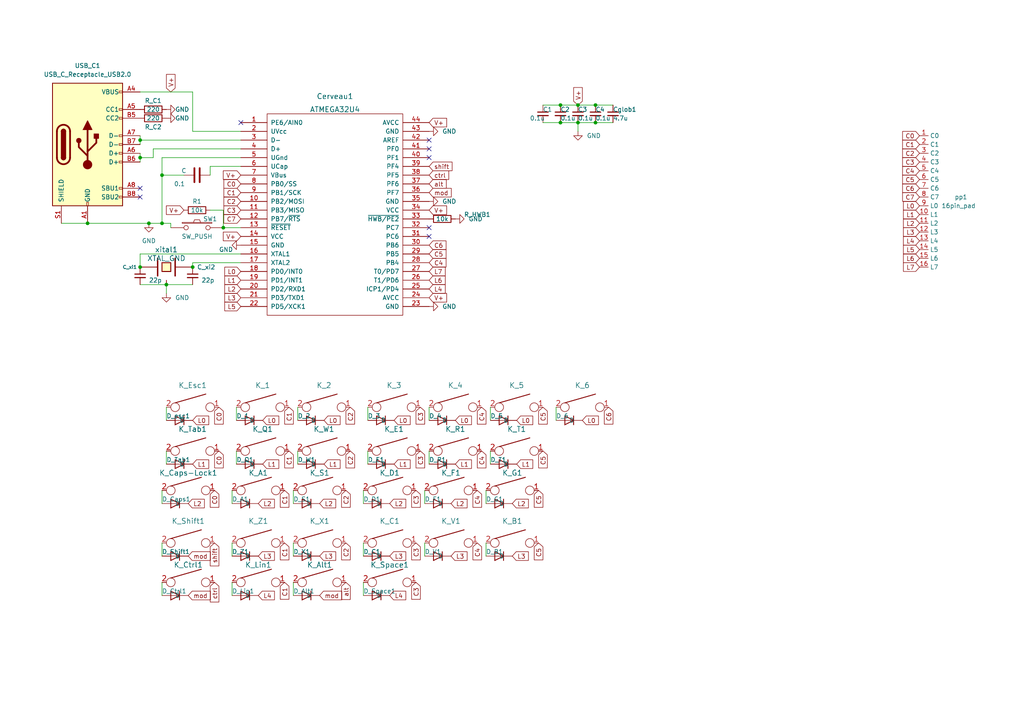
<source format=kicad_sch>
(kicad_sch (version 20211123) (generator eeschema)
  (paper "A4")
  (lib_symbols
    (symbol "Connector:USB_C_Receptacle_USB2.0" (pin_names (offset 1.016))
      (property "Reference" "J" (at -10.16 19.05 0))
      (property "Value" "USB_C_Receptacle_USB2.0" (at 19.05 19.05 0))
      (symbol "USB_C_Receptacle_USB2.0_0_0"
        (rectangle (start -0.254 -17.78) (end 0.254 -16.764))
        (rectangle (start 10.16 -14.986) (end 9.144 -15.494))
        (rectangle (start 10.16 -12.446) (end 9.144 -12.954))
        (rectangle (start 10.16 -4.826) (end 9.144 -5.334))
        (rectangle (start 10.16 -2.286) (end 9.144 -2.794))
        (rectangle (start 10.16 0.254) (end 9.144 -0.254))
        (rectangle (start 10.16 2.794) (end 9.144 2.286))
        (rectangle (start 10.16 7.874) (end 9.144 7.366))
        (rectangle (start 10.16 10.414) (end 9.144 9.906))
        (rectangle (start 10.16 15.494) (end 9.144 14.986))
      )
      (symbol "USB_C_Receptacle_USB2.0_0_1"
        (rectangle (start -10.16 17.78) (end 10.16 -17.78) (stroke (width 0.254)) (fill (type background)))
        (arc (start -8.89 -3.81) (mid -6.985 -5.715) (end -5.08 -3.81) (stroke (width 0.508)))
        (arc (start -7.62 -3.81) (mid -6.985 -4.445) (end -6.35 -3.81) (stroke (width 0.254)))
        (arc (start -7.62 -3.81) (mid -6.985 -4.445) (end -6.35 -3.81) (stroke (width 0.254)) (fill (type outline)))
        (rectangle (start -7.62 -3.81) (end -6.35 3.81) (stroke (width 0.254)) (fill (type outline)))
        (arc (start -6.35 3.81) (mid -6.985 4.445) (end -7.62 3.81) (stroke (width 0.254)))
        (arc (start -6.35 3.81) (mid -6.985 4.445) (end -7.62 3.81) (stroke (width 0.254)) (fill (type outline)))
        (arc (start -5.08 3.81) (mid -6.985 5.715) (end -8.89 3.81) (stroke (width 0.508)))
        (circle (center -2.54 1.143) (radius 0.635) (stroke (width 0.254)) (fill (type outline)))
        (circle (center 0 -5.842) (radius 1.27) (fill (type outline)))
        (polyline (pts (xy -8.89 -3.81) (xy -8.89 3.81)) (stroke (width 0.508)))
        (polyline (pts (xy -5.08 3.81) (xy -5.08 -3.81)) (stroke (width 0.508)))
        (polyline (pts (xy 0 -5.842) (xy 0 4.318)) (stroke (width 0.508)))
        (polyline (pts (xy 0 -3.302) (xy -2.54 -0.762) (xy -2.54 0.508)) (stroke (width 0.508)))
        (polyline (pts (xy 0 -2.032) (xy 2.54 0.508) (xy 2.54 1.778)) (stroke (width 0.508)))
        (polyline (pts (xy -1.27 4.318) (xy 0 6.858) (xy 1.27 4.318) (xy -1.27 4.318)) (stroke (width 0.254)) (fill (type outline)))
        (rectangle (start 1.905 1.778) (end 3.175 3.048) (stroke (width 0.254)) (fill (type outline)))
      )
      (symbol "USB_C_Receptacle_USB2.0_1_1"
        (pin passive line (at 0 -22.86 90) (length 5.08) (name "GND") (number "A1"))
        (pin passive line (at 0 -22.86 90) (length 5.08) hide (name "GND") (number "A12"))
        (pin passive line (at 15.24 15.24 180) (length 5.08) (name "VBUS") (number "A4"))
        (pin bidirectional line (at 15.24 10.16 180) (length 5.08) (name "CC1") (number "A5"))
        (pin bidirectional line (at 15.24 -2.54 180) (length 5.08) (name "D+") (number "A6"))
        (pin bidirectional line (at 15.24 2.54 180) (length 5.08) (name "D-") (number "A7"))
        (pin bidirectional line (at 15.24 -12.7 180) (length 5.08) (name "SBU1") (number "A8"))
        (pin passive line (at 15.24 15.24 180) (length 5.08) hide (name "VBUS") (number "A9"))
        (pin passive line (at 0 -22.86 90) (length 5.08) hide (name "GND") (number "B1"))
        (pin passive line (at 0 -22.86 90) (length 5.08) hide (name "GND") (number "B12"))
        (pin passive line (at 15.24 15.24 180) (length 5.08) hide (name "VBUS") (number "B4"))
        (pin bidirectional line (at 15.24 7.62 180) (length 5.08) (name "CC2") (number "B5"))
        (pin bidirectional line (at 15.24 -5.08 180) (length 5.08) (name "D+") (number "B6"))
        (pin bidirectional line (at 15.24 0 180) (length 5.08) (name "D-") (number "B7"))
        (pin bidirectional line (at 15.24 -15.24 180) (length 5.08) (name "SBU2") (number "B8"))
        (pin passive line (at 15.24 15.24 180) (length 5.08) hide (name "VBUS") (number "B9"))
        (pin passive line (at -7.62 -22.86 90) (length 5.08) (name "SHIELD") (number "S1"))
      )
    )
    (symbol "Device:C" (pin_numbers hide) (pin_names (offset 0.254))
      (property "Reference" "C" (at 0.635 2.54 0))
      (property "Value" "C" (at 0.635 -2.54 0))
      (symbol "C_0_1"
        (polyline (pts (xy -2.032 -0.762) (xy 2.032 -0.762)) (stroke (width 0.508)))
        (polyline (pts (xy -2.032 0.762) (xy 2.032 0.762)) (stroke (width 0.508)))
      )
      (symbol "C_1_1"
        (pin passive line (at 0 3.81 270) (length 2.794) (name "~") (number "1"))
        (pin passive line (at 0 -3.81 90) (length 2.794) (name "~") (number "2"))
      )
    )
    (symbol "Device:C_Small" (pin_numbers hide) (pin_names (offset 0.254) hide)
      (property "Reference" "C" (at 0.254 1.778 0))
      (property "Value" "C_Small" (at 0.254 -2.032 0))
      (symbol "C_Small_0_1"
        (polyline (pts (xy -1.524 -0.508) (xy 1.524 -0.508)) (stroke (width 0.3302)))
        (polyline (pts (xy -1.524 0.508) (xy 1.524 0.508)) (stroke (width 0.3048)))
      )
      (symbol "C_Small_1_1"
        (pin passive line (at 0 2.54 270) (length 2.032) (name "~") (number "1"))
        (pin passive line (at 0 -2.54 90) (length 2.032) (name "~") (number "2"))
      )
    )
    (symbol "Device:D" (pin_numbers hide) (pin_names (offset 1.016) hide)
      (property "Reference" "D" (at 0 2.54 0))
      (property "Value" "D" (at 0 -2.54 0))
      (symbol "D_0_1"
        (polyline (pts (xy -1.27 1.27) (xy -1.27 -1.27)) (stroke (width 0.254)))
        (polyline (pts (xy 1.27 0) (xy -1.27 0)))
        (polyline (pts (xy 1.27 1.27) (xy 1.27 -1.27) (xy -1.27 0) (xy 1.27 1.27)) (stroke (width 0.254)))
      )
      (symbol "D_1_1"
        (pin passive line (at -3.81 0 0) (length 2.54) (name "K") (number "1"))
        (pin passive line (at 3.81 0 180) (length 2.54) (name "A") (number "2"))
      )
    )
    (symbol "Device:R" (pin_numbers hide) (pin_names (offset 0))
      (property "Reference" "R" (at 2.032 0 90))
      (property "Value" "R" (at 0 0 90))
      (symbol "R_0_1"
        (rectangle (start -1.016 -2.54) (end 1.016 2.54) (stroke (width 0.254)))
      )
      (symbol "R_1_1"
        (pin passive line (at 0 3.81 270) (length 1.27) (name "~") (number "1"))
        (pin passive line (at 0 -3.81 90) (length 1.27) (name "~") (number "2"))
      )
    )
    (symbol "keyboard_parts:ATMEGA32U4" (pin_names (offset 1.016))
      (property "Reference" "U" (at 0 -31.75 0))
      (property "Value" "ATMEGA32U4" (at 0 31.75 0))
      (symbol "ATMEGA32U4_0_1"
        (rectangle (start 20.32 29.21) (end -19.05 -29.21))
      )
      (symbol "ATMEGA32U4_1_1"
        (pin bidirectional line (at -26.67 26.67 0) (length 7.62) (name "PE6/AIN0") (number "1"))
        (pin bidirectional line (at -26.67 3.81 0) (length 7.62) (name "PB2/MOSI") (number "10"))
        (pin bidirectional line (at -26.67 1.27 0) (length 7.62) (name "PB3/MISO") (number "11"))
        (pin bidirectional line (at -26.67 -1.27 0) (length 7.62) (name "PB7/~{RTS}") (number "12"))
        (pin input line (at -26.67 -3.81 0) (length 7.62) (name "~{RESET}") (number "13"))
        (pin power_in line (at -26.67 -6.35 0) (length 7.62) (name "VCC") (number "14"))
        (pin power_in line (at -26.67 -8.89 0) (length 7.62) (name "GND") (number "15"))
        (pin input line (at -26.67 -11.43 0) (length 7.62) (name "XTAL1") (number "16"))
        (pin output line (at -26.67 -13.97 0) (length 7.62) (name "XTAL2") (number "17"))
        (pin bidirectional line (at -26.67 -16.51 0) (length 7.62) (name "PD0/INT0") (number "18"))
        (pin bidirectional line (at -26.67 -19.05 0) (length 7.62) (name "PD1/INT1") (number "19"))
        (pin power_in line (at -26.67 24.13 0) (length 7.62) (name "UVcc") (number "2"))
        (pin bidirectional line (at -26.67 -21.59 0) (length 7.62) (name "PD2/RXD1") (number "20"))
        (pin bidirectional line (at -26.67 -24.13 0) (length 7.62) (name "PD3/TXD1") (number "21"))
        (pin bidirectional line (at -26.67 -26.67 0) (length 7.62) (name "PD5/XCK1") (number "22"))
        (pin power_in line (at 27.94 -26.67 180) (length 7.62) (name "GND") (number "23"))
        (pin power_in line (at 27.94 -24.13 180) (length 7.62) (name "AVCC") (number "24"))
        (pin bidirectional line (at 27.94 -21.59 180) (length 7.62) (name "ICP1/PD4") (number "25"))
        (pin bidirectional line (at 27.94 -19.05 180) (length 7.62) (name "T1/PD6") (number "26"))
        (pin bidirectional line (at 27.94 -16.51 180) (length 7.62) (name "T0/PD7") (number "27"))
        (pin bidirectional line (at 27.94 -13.97 180) (length 7.62) (name "PB4") (number "28"))
        (pin bidirectional line (at 27.94 -11.43 180) (length 7.62) (name "PB5") (number "29"))
        (pin bidirectional line (at -26.67 21.59 0) (length 7.62) (name "D-") (number "3"))
        (pin bidirectional line (at 27.94 -8.89 180) (length 7.62) (name "PB6") (number "30"))
        (pin bidirectional line (at 27.94 -6.35 180) (length 7.62) (name "PC6") (number "31"))
        (pin bidirectional line (at 27.94 -3.81 180) (length 7.62) (name "PC7") (number "32"))
        (pin bidirectional line (at 27.94 -1.27 180) (length 7.62) (name "~{HWB/PE2}") (number "33"))
        (pin power_in line (at 27.94 1.27 180) (length 7.62) (name "VCC") (number "34"))
        (pin power_in line (at 27.94 3.81 180) (length 7.62) (name "GND") (number "35"))
        (pin bidirectional line (at 27.94 6.35 180) (length 7.62) (name "PF7") (number "36"))
        (pin bidirectional line (at 27.94 8.89 180) (length 7.62) (name "PF6") (number "37"))
        (pin bidirectional line (at 27.94 11.43 180) (length 7.62) (name "PF5") (number "38"))
        (pin bidirectional line (at 27.94 13.97 180) (length 7.62) (name "PF4") (number "39"))
        (pin bidirectional line (at -26.67 19.05 0) (length 7.62) (name "D+") (number "4"))
        (pin bidirectional line (at 27.94 16.51 180) (length 7.62) (name "PF1") (number "40"))
        (pin bidirectional line (at 27.94 19.05 180) (length 7.62) (name "PF0") (number "41"))
        (pin input line (at 27.94 21.59 180) (length 7.62) (name "AREF") (number "42"))
        (pin power_in line (at 27.94 24.13 180) (length 7.62) (name "GND") (number "43"))
        (pin power_in line (at 27.94 26.67 180) (length 7.62) (name "AVCC") (number "44"))
        (pin power_in line (at -26.67 16.51 0) (length 7.62) (name "UGnd") (number "5"))
        (pin input line (at -26.67 13.97 0) (length 7.62) (name "UCap") (number "6"))
        (pin input line (at -26.67 11.43 0) (length 7.62) (name "VBus") (number "7"))
        (pin bidirectional line (at -26.67 8.89 0) (length 7.62) (name "PB0/SS") (number "8"))
        (pin bidirectional line (at -26.67 6.35 0) (length 7.62) (name "PB1/SCK") (number "9"))
      )
    )
    (symbol "keyboard_parts:KEYSW" (pin_names (offset 1.016))
      (property "Reference" "K?" (at -1.27 0 0))
      (symbol "KEYSW_0_1"
        (circle (center -5.08 0) (radius 1.27))
        (polyline (pts (xy -5.08 1.27) (xy 3.81 3.81)) (stroke (width 0.254)))
        (circle (center 5.08 0) (radius 1.27))
      )
      (symbol "KEYSW_1_1"
        (pin passive line (at 7.62 0 180) (length 1.27) (name "~") (number "1"))
        (pin passive line (at -7.62 0 0) (length 1.27) (name "~") (number "2"))
      )
    )
    (symbol "keyboard_parts:SW_PUSH" (pin_numbers hide) (pin_names (offset 1.016) hide)
      (property "Reference" "SW" (at 3.81 2.794 0))
      (property "Value" "SW_PUSH" (at 0 -2.032 0))
      (symbol "SW_PUSH_0_1"
        (rectangle (start -4.318 1.27) (end 4.318 1.524))
        (polyline (pts (xy -1.016 1.524) (xy -0.762 2.286) (xy 0.762 2.286) (xy 1.016 1.524)))
        (pin passive inverted (at -7.62 0 0) (length 5.08) (name "1") (number "1"))
        (pin passive inverted (at 7.62 0 180) (length 5.08) (name "2") (number "2"))
      )
    )
    (symbol "keyboard_parts:XTAL_GND" (pin_numbers hide) (pin_names (offset 1.016) hide)
      (property "Reference" "X" (at 0 3.81 0))
      (property "Value" "XTAL_GND" (at 0 -3.81 0))
      (symbol "XTAL_GND_0_1"
        (polyline (pts (xy -2.54 2.54) (xy -2.54 -2.54)) (stroke (width 0.4064)))
        (polyline (pts (xy 2.54 2.54) (xy 2.54 -2.54)) (stroke (width 0.4064)))
        (polyline (pts (xy -1.27 1.27) (xy 1.27 1.27) (xy 1.27 -1.27) (xy -1.27 -1.27) (xy -1.27 1.27)) (stroke (width 0.3048)) (fill (type background)))
      )
      (symbol "XTAL_GND_1_1"
        (pin passive line (at -7.62 0 0) (length 5.08) (name "1") (number "1"))
        (pin passive line (at 7.62 0 180) (length 5.08) (name "2") (number "2"))
        (pin passive line (at 0 -5.08 90) (length 1.27) (name "~") (number "3"))
      )
    )
    (symbol "perso_lib:16pin_pad"
      (property "Reference" "p" (at 0 0 0))
      (property "Value" "16pin_pad" (at 0 1.905 0))
      (symbol "16pin_pad_0_0"
        (pin bidirectional line (at 0 0 0) (length 2.54) (name "C0") (number "1"))
        (pin bidirectional line (at 0 -22.86 0) (length 2.54) (name "L1") (number "10"))
        (pin bidirectional line (at 0 -25.4 0) (length 2.54) (name "L2") (number "11"))
        (pin bidirectional line (at 0 -27.94 0) (length 2.54) (name "L3") (number "12"))
        (pin bidirectional line (at 0 -30.48 0) (length 2.54) (name "L4") (number "13"))
        (pin bidirectional line (at 0 -33.02 0) (length 2.54) (name "L5") (number "14"))
        (pin bidirectional line (at 0 -35.56 0) (length 2.54) (name "L6") (number "15"))
        (pin bidirectional line (at 0 -38.1 0) (length 2.54) (name "L7") (number "16"))
        (pin bidirectional line (at 0 -2.54 0) (length 2.54) (name "C1") (number "2"))
        (pin bidirectional line (at 0 -5.08 0) (length 2.54) (name "C2") (number "3"))
        (pin bidirectional line (at 0 -7.62 0) (length 2.54) (name "C3") (number "4"))
        (pin bidirectional line (at 0 -10.16 0) (length 2.54) (name "C4") (number "5"))
        (pin bidirectional line (at 0 -12.7 0) (length 2.54) (name "C5") (number "6"))
        (pin bidirectional line (at 0 -15.24 0) (length 2.54) (name "C6") (number "7"))
        (pin bidirectional line (at 0 -17.78 0) (length 2.54) (name "C7") (number "8"))
        (pin bidirectional line (at 0 -20.32 0) (length 2.54) (name "L0") (number "9"))
      )
    )
    (symbol "power:GND" (power) (pin_names (offset 0))
      (property "Value" "GND" (at 0 -3.81 0))
      (symbol "GND_0_1"
        (polyline (pts (xy 0 0) (xy 0 -1.27) (xy 1.27 -1.27) (xy 0 -2.54) (xy -1.27 -1.27) (xy 0 -1.27)))
      )
      (symbol "GND_1_1"
        (pin power_in line (at 0 0 270) (length 0) hide (name "GND") (number "1"))
      )
    )
  )
  (junction (at 46.99 64.77))
  (junction (at 40.64 45.72))
  (junction (at 172.72 35.56))
  (junction (at 64.77 66.04))
  (junction (at 162.56 30.48))
  (junction (at 162.56 35.56))
  (junction (at 48.26 82.55))
  (junction (at 167.64 30.48))
  (junction (at 46.99 50.8))
  (junction (at 40.64 77.47))
  (junction (at 172.72 30.48))
  (junction (at 55.88 77.47))
  (junction (at 43.18 64.77))
  (junction (at 167.64 35.56))
  (junction (at 25.4 64.77))
  (junction (at 40.64 40.64))
  (no_connect (at 69.85 35.56))
  (no_connect (at 40.64 57.15))
  (no_connect (at 40.64 54.61))
  (no_connect (at 124.46 43.18))
  (no_connect (at 124.46 45.72))
  (no_connect (at 124.46 40.64))
  (no_connect (at 124.46 66.04))
  (no_connect (at 124.46 68.58))
  (wire (pts (xy 69.85 43.18) (xy 44.45 43.18)))
  (wire (pts (xy 67.31 168.91) (xy 67.31 172.72)))
  (wire (pts (xy 172.72 30.48) (xy 177.8 30.48)))
  (wire (pts (xy 46.99 45.72) (xy 46.99 50.8)))
  (wire (pts (xy 106.68 130.81) (xy 106.68 134.62)))
  (wire (pts (xy 69.85 76.2) (xy 55.88 76.2)))
  (wire (pts (xy 46.99 64.77) (xy 49.53 64.77)))
  (wire (pts (xy 86.36 118.11) (xy 86.36 121.92)))
  (wire (pts (xy 64.77 66.04) (xy 69.85 66.04)))
  (wire (pts (xy 123.19 157.48) (xy 123.19 161.29)))
  (wire (pts (xy 162.56 35.56) (xy 167.64 35.56)))
  (wire (pts (xy 48.26 85.09) (xy 48.26 82.55)))
  (wire (pts (xy 64.77 60.96) (xy 60.96 60.96)))
  (wire (pts (xy 40.64 26.67) (xy 55.88 26.67)))
  (wire (pts (xy 55.88 76.2) (xy 55.88 77.47)))
  (wire (pts (xy 40.64 40.64) (xy 69.85 40.64)))
  (wire (pts (xy 105.41 168.91) (xy 105.41 172.72)))
  (wire (pts (xy 157.48 35.56) (xy 162.56 35.56)))
  (wire (pts (xy 46.99 142.24) (xy 46.99 146.05)))
  (wire (pts (xy 85.09 168.91) (xy 85.09 172.72)))
  (wire (pts (xy 17.78 64.77) (xy 25.4 64.77)))
  (wire (pts (xy 46.99 168.91) (xy 46.99 172.72)))
  (wire (pts (xy 68.58 118.11) (xy 68.58 121.92)))
  (wire (pts (xy 161.29 118.11) (xy 161.29 121.92)))
  (wire (pts (xy 140.97 157.48) (xy 140.97 161.29)))
  (wire (pts (xy 67.31 142.24) (xy 67.31 146.05)))
  (wire (pts (xy 60.96 48.26) (xy 60.96 50.8)))
  (wire (pts (xy 46.99 50.8) (xy 53.34 50.8)))
  (wire (pts (xy 140.97 142.24) (xy 140.97 146.05)))
  (wire (pts (xy 48.26 118.11) (xy 48.26 121.92)))
  (wire (pts (xy 43.18 64.77) (xy 46.99 64.77)))
  (wire (pts (xy 49.53 64.77) (xy 49.53 66.04)))
  (wire (pts (xy 106.68 118.11) (xy 106.68 121.92)))
  (wire (pts (xy 105.41 157.48) (xy 105.41 161.29)))
  (wire (pts (xy 40.64 40.64) (xy 40.64 41.91)))
  (wire (pts (xy 44.45 43.18) (xy 44.45 45.72)))
  (wire (pts (xy 123.19 142.24) (xy 123.19 146.05)))
  (wire (pts (xy 40.64 45.72) (xy 40.64 46.99)))
  (wire (pts (xy 167.64 35.56) (xy 172.72 35.56)))
  (wire (pts (xy 69.85 45.72) (xy 46.99 45.72)))
  (wire (pts (xy 105.41 142.24) (xy 105.41 146.05)))
  (wire (pts (xy 142.24 118.11) (xy 142.24 121.92)))
  (wire (pts (xy 142.24 130.81) (xy 142.24 134.62)))
  (wire (pts (xy 85.09 157.48) (xy 85.09 161.29)))
  (wire (pts (xy 46.99 157.48) (xy 46.99 161.29)))
  (wire (pts (xy 48.26 130.81) (xy 48.26 134.62)))
  (wire (pts (xy 64.77 66.04) (xy 64.77 60.96)))
  (wire (pts (xy 167.64 30.48) (xy 172.72 30.48)))
  (wire (pts (xy 68.58 130.81) (xy 68.58 134.62)))
  (wire (pts (xy 167.64 30.48) (xy 162.56 30.48)))
  (wire (pts (xy 157.48 30.48) (xy 162.56 30.48)))
  (wire (pts (xy 85.09 142.24) (xy 85.09 146.05)))
  (wire (pts (xy 172.72 35.56) (xy 177.8 35.56)))
  (wire (pts (xy 40.64 39.37) (xy 40.64 40.64)))
  (wire (pts (xy 40.64 73.66) (xy 40.64 77.47)))
  (wire (pts (xy 67.31 157.48) (xy 67.31 161.29)))
  (wire (pts (xy 40.64 44.45) (xy 40.64 45.72)))
  (wire (pts (xy 55.88 38.1) (xy 69.85 38.1)))
  (wire (pts (xy 69.85 73.66) (xy 40.64 73.66)))
  (wire (pts (xy 46.99 50.8) (xy 46.99 64.77)))
  (wire (pts (xy 48.26 82.55) (xy 55.88 82.55)))
  (wire (pts (xy 124.46 118.11) (xy 124.46 121.92)))
  (wire (pts (xy 43.18 64.77) (xy 25.4 64.77)))
  (wire (pts (xy 167.64 38.1) (xy 167.64 35.56)))
  (wire (pts (xy 55.88 26.67) (xy 55.88 38.1)))
  (wire (pts (xy 40.64 82.55) (xy 48.26 82.55)))
  (wire (pts (xy 124.46 130.81) (xy 124.46 134.62)))
  (wire (pts (xy 69.85 48.26) (xy 60.96 48.26)))
  (wire (pts (xy 86.36 130.81) (xy 86.36 134.62)))
  (wire (pts (xy 44.45 45.72) (xy 40.64 45.72)))
  (global_label "L3" (shape input) (at 69.85 86.36 180) (property "Intersheet References" "${INTERSHEET_REFS}" (effects hide)))
  (global_label "mod" (shape input) (at 54.61 172.72 0) (property "Intersheet References" "${INTERSHEET_REFS}" (effects hide)))
  (global_label "C5" (shape input) (at 156.21 142.24 270) (property "Intersheet References" "${INTERSHEET_REFS}" (effects hide)))
  (global_label "L4" (shape input) (at 266.7 69.85 180) (property "Intersheet References" "${INTERSHEET_REFS}" (effects hide)))
  (global_label "C0" (shape input) (at 63.5 130.81 270) (property "Intersheet References" "${INTERSHEET_REFS}" (effects hide)))
  (global_label "mod" (shape input) (at 124.46 55.88 0) (property "Intersheet References" "${INTERSHEET_REFS}" (effects hide)))
  (global_label "V+" (shape input) (at 53.34 60.96 180) (property "Intersheet References" "${INTERSHEET_REFS}" (effects hide)))
  (global_label "L2" (shape input) (at 113.03 146.05 0) (property "Intersheet References" "${INTERSHEET_REFS}" (effects hide)))
  (global_label "C5" (shape input) (at 266.7 52.07 180) (property "Intersheet References" "${INTERSHEET_REFS}" (effects hide)))
  (global_label "L3" (shape input) (at 74.93 161.29 0) (property "Intersheet References" "${INTERSHEET_REFS}" (effects hide)))
  (global_label "C3" (shape input) (at 266.7 46.99 180) (property "Intersheet References" "${INTERSHEET_REFS}" (effects hide)))
  (global_label "C4" (shape input) (at 124.46 76.2 0) (property "Intersheet References" "${INTERSHEET_REFS}" (effects hide)))
  (global_label "L6" (shape input) (at 124.46 81.28 0) (property "Intersheet References" "${INTERSHEET_REFS}" (effects hide)))
  (global_label "C0" (shape input) (at 266.7 39.37 180) (property "Intersheet References" "${INTERSHEET_REFS}" (effects hide)))
  (global_label "C5" (shape input) (at 157.48 130.81 270) (property "Intersheet References" "${INTERSHEET_REFS}" (effects hide)))
  (global_label "C1" (shape input) (at 83.82 118.11 270) (property "Intersheet References" "${INTERSHEET_REFS}" (effects hide)))
  (global_label "C6" (shape input) (at 176.53 118.11 270) (property "Intersheet References" "${INTERSHEET_REFS}" (effects hide)))
  (global_label "C1" (shape input) (at 82.55 168.91 270) (property "Intersheet References" "${INTERSHEET_REFS}" (effects hide)))
  (global_label "L1" (shape input) (at 114.3 134.62 0) (property "Intersheet References" "${INTERSHEET_REFS}" (effects hide)))
  (global_label "L0" (shape input) (at 93.98 121.92 0) (property "Intersheet References" "${INTERSHEET_REFS}" (effects hide)))
  (global_label "L0" (shape input) (at 149.86 121.92 0) (property "Intersheet References" "${INTERSHEET_REFS}" (effects hide)))
  (global_label "L2" (shape input) (at 92.71 146.05 0) (property "Intersheet References" "${INTERSHEET_REFS}" (effects hide)))
  (global_label "C6" (shape input) (at 266.7 54.61 180) (property "Intersheet References" "${INTERSHEET_REFS}" (effects hide)))
  (global_label "C3" (shape input) (at 69.85 60.96 180) (property "Intersheet References" "${INTERSHEET_REFS}" (effects hide)))
  (global_label "L1" (shape input) (at 266.7 62.23 180) (property "Intersheet References" "${INTERSHEET_REFS}" (effects hide)))
  (global_label "C1" (shape input) (at 69.85 55.88 180) (property "Intersheet References" "${INTERSHEET_REFS}" (effects hide)))
  (global_label "C6" (shape input) (at 124.46 71.12 0) (property "Intersheet References" "${INTERSHEET_REFS}" (effects hide)))
  (global_label "C2" (shape input) (at 69.85 58.42 180) (property "Intersheet References" "${INTERSHEET_REFS}" (effects hide)))
  (global_label "C4" (shape input) (at 138.43 142.24 270) (property "Intersheet References" "${INTERSHEET_REFS}" (effects hide)))
  (global_label "ctrl" (shape input) (at 62.23 168.91 270) (property "Intersheet References" "${INTERSHEET_REFS}" (effects hide)))
  (global_label "L1" (shape input) (at 93.98 134.62 0) (property "Intersheet References" "${INTERSHEET_REFS}" (effects hide)))
  (global_label "C3" (shape input) (at 121.92 130.81 270) (property "Intersheet References" "${INTERSHEET_REFS}" (effects hide)))
  (global_label "C2" (shape input) (at 101.6 118.11 270) (property "Intersheet References" "${INTERSHEET_REFS}" (effects hide)))
  (global_label "L2" (shape input) (at 130.81 146.05 0) (property "Intersheet References" "${INTERSHEET_REFS}" (effects hide)))
  (global_label "C1" (shape input) (at 82.55 142.24 270) (property "Intersheet References" "${INTERSHEET_REFS}" (effects hide)))
  (global_label "ctrl" (shape input) (at 124.46 50.8 0) (property "Intersheet References" "${INTERSHEET_REFS}" (effects hide)))
  (global_label "C5" (shape input) (at 157.48 118.11 270) (property "Intersheet References" "${INTERSHEET_REFS}" (effects hide)))
  (global_label "L3" (shape input) (at 266.7 67.31 180) (property "Intersheet References" "${INTERSHEET_REFS}" (effects hide)))
  (global_label "C4" (shape input) (at 139.7 130.81 270) (property "Intersheet References" "${INTERSHEET_REFS}" (effects hide)))
  (global_label "L0" (shape input) (at 76.2 121.92 0) (property "Intersheet References" "${INTERSHEET_REFS}" (effects hide)))
  (global_label "V+" (shape input) (at 49.53 26.67 90) (property "Intersheet References" "${INTERSHEET_REFS}" (effects hide)))
  (global_label "V+" (shape input) (at 167.64 30.48 90) (property "Intersheet References" "${INTERSHEET_REFS}" (effects hide)))
  (global_label "C2" (shape input) (at 101.6 130.81 270) (property "Intersheet References" "${INTERSHEET_REFS}" (effects hide)))
  (global_label "L0" (shape input) (at 132.08 121.92 0) (property "Intersheet References" "${INTERSHEET_REFS}" (effects hide)))
  (global_label "C4" (shape input) (at 266.7 49.53 180) (property "Intersheet References" "${INTERSHEET_REFS}" (effects hide)))
  (global_label "L4" (shape input) (at 113.03 172.72 0) (property "Intersheet References" "${INTERSHEET_REFS}" (effects hide)))
  (global_label "L3" (shape input) (at 92.71 161.29 0) (property "Intersheet References" "${INTERSHEET_REFS}" (effects hide)))
  (global_label "L2" (shape input) (at 148.59 146.05 0) (property "Intersheet References" "${INTERSHEET_REFS}" (effects hide)))
  (global_label "C1" (shape input) (at 83.82 130.81 270) (property "Intersheet References" "${INTERSHEET_REFS}" (effects hide)))
  (global_label "C1" (shape input) (at 266.7 41.91 180) (property "Intersheet References" "${INTERSHEET_REFS}" (effects hide)))
  (global_label "L1" (shape input) (at 55.88 134.62 0) (property "Intersheet References" "${INTERSHEET_REFS}" (effects hide)))
  (global_label "C7" (shape input) (at 69.85 63.5 180) (property "Intersheet References" "${INTERSHEET_REFS}" (effects hide)))
  (global_label "L3" (shape input) (at 113.03 161.29 0) (property "Intersheet References" "${INTERSHEET_REFS}" (effects hide)))
  (global_label "C0" (shape input) (at 62.23 142.24 270) (property "Intersheet References" "${INTERSHEET_REFS}" (effects hide)))
  (global_label "L3" (shape input) (at 130.81 161.29 0) (property "Intersheet References" "${INTERSHEET_REFS}" (effects hide)))
  (global_label "V+" (shape input) (at 124.46 86.36 0) (property "Intersheet References" "${INTERSHEET_REFS}" (effects hide)))
  (global_label "L2" (shape input) (at 54.61 146.05 0) (property "Intersheet References" "${INTERSHEET_REFS}" (effects hide)))
  (global_label "C5" (shape input) (at 156.21 157.48 270) (property "Intersheet References" "${INTERSHEET_REFS}" (effects hide)))
  (global_label "C3" (shape input) (at 120.65 168.91 270) (property "Intersheet References" "${INTERSHEET_REFS}" (effects hide)))
  (global_label "L3" (shape input) (at 148.59 161.29 0) (property "Intersheet References" "${INTERSHEET_REFS}" (effects hide)))
  (global_label "alt" (shape input) (at 100.33 168.91 270) (property "Intersheet References" "${INTERSHEET_REFS}" (effects hide)))
  (global_label "C4" (shape input) (at 138.43 157.48 270) (property "Intersheet References" "${INTERSHEET_REFS}" (effects hide)))
  (global_label "L0" (shape input) (at 55.88 121.92 0) (property "Intersheet References" "${INTERSHEET_REFS}" (effects hide)))
  (global_label "V+" (shape input) (at 124.46 60.96 0) (property "Intersheet References" "${INTERSHEET_REFS}" (effects hide)))
  (global_label "L4" (shape input) (at 124.46 83.82 0) (property "Intersheet References" "${INTERSHEET_REFS}" (effects hide)))
  (global_label "C0" (shape input) (at 63.5 118.11 270) (property "Intersheet References" "${INTERSHEET_REFS}" (effects hide)))
  (global_label "C2" (shape input) (at 266.7 44.45 180) (property "Intersheet References" "${INTERSHEET_REFS}" (effects hide)))
  (global_label "L1" (shape input) (at 149.86 134.62 0) (property "Intersheet References" "${INTERSHEET_REFS}" (effects hide)))
  (global_label "L2" (shape input) (at 74.93 146.05 0) (property "Intersheet References" "${INTERSHEET_REFS}" (effects hide)))
  (global_label "L2" (shape input) (at 69.85 83.82 180) (property "Intersheet References" "${INTERSHEET_REFS}" (effects hide)))
  (global_label "L0" (shape input) (at 168.91 121.92 0) (property "Intersheet References" "${INTERSHEET_REFS}" (effects hide)))
  (global_label "C0" (shape input) (at 69.85 53.34 180) (property "Intersheet References" "${INTERSHEET_REFS}" (effects hide)))
  (global_label "C2" (shape input) (at 100.33 142.24 270) (property "Intersheet References" "${INTERSHEET_REFS}" (effects hide)))
  (global_label "C3" (shape input) (at 120.65 142.24 270) (property "Intersheet References" "${INTERSHEET_REFS}" (effects hide)))
  (global_label "shift" (shape input) (at 62.23 157.48 270) (property "Intersheet References" "${INTERSHEET_REFS}" (effects hide)))
  (global_label "L7" (shape input) (at 266.7 77.47 180) (property "Intersheet References" "${INTERSHEET_REFS}" (effects hide)))
  (global_label "V+" (shape input) (at 69.85 50.8 180) (property "Intersheet References" "${INTERSHEET_REFS}" (effects hide)))
  (global_label "L7" (shape input) (at 124.46 78.74 0) (property "Intersheet References" "${INTERSHEET_REFS}" (effects hide)))
  (global_label "L0" (shape input) (at 266.7 59.69 180) (property "Intersheet References" "${INTERSHEET_REFS}" (effects hide)))
  (global_label "L0" (shape input) (at 114.3 121.92 0) (property "Intersheet References" "${INTERSHEET_REFS}" (effects hide)))
  (global_label "C5" (shape input) (at 124.46 73.66 0) (property "Intersheet References" "${INTERSHEET_REFS}" (effects hide)))
  (global_label "C1" (shape input) (at 82.55 157.48 270) (property "Intersheet References" "${INTERSHEET_REFS}" (effects hide)))
  (global_label "C7" (shape input) (at 266.7 57.15 180) (property "Intersheet References" "${INTERSHEET_REFS}" (effects hide)))
  (global_label "L0" (shape input) (at 69.85 78.74 180) (property "Intersheet References" "${INTERSHEET_REFS}" (effects hide)))
  (global_label "C3" (shape input) (at 120.65 157.48 270) (property "Intersheet References" "${INTERSHEET_REFS}" (effects hide)))
  (global_label "L1" (shape input) (at 132.08 134.62 0) (property "Intersheet References" "${INTERSHEET_REFS}" (effects hide)))
  (global_label "mod" (shape input) (at 54.61 161.29 0) (property "Intersheet References" "${INTERSHEET_REFS}" (effects hide)))
  (global_label "L1" (shape input) (at 76.2 134.62 0) (property "Intersheet References" "${INTERSHEET_REFS}" (effects hide)))
  (global_label "shift" (shape input) (at 124.46 48.26 0) (property "Intersheet References" "${INTERSHEET_REFS}" (effects hide)))
  (global_label "mod" (shape input) (at 92.71 172.72 0) (property "Intersheet References" "${INTERSHEET_REFS}" (effects hide)))
  (global_label "L5" (shape input) (at 266.7 72.39 180) (property "Intersheet References" "${INTERSHEET_REFS}" (effects hide)))
  (global_label "alt" (shape input) (at 124.46 53.34 0) (property "Intersheet References" "${INTERSHEET_REFS}" (effects hide)))
  (global_label "L6" (shape input) (at 266.7 74.93 180) (property "Intersheet References" "${INTERSHEET_REFS}" (effects hide)))
  (global_label "C2" (shape input) (at 100.33 157.48 270) (property "Intersheet References" "${INTERSHEET_REFS}" (effects hide)))
  (global_label "C3" (shape input) (at 121.92 118.11 270) (property "Intersheet References" "${INTERSHEET_REFS}" (effects hide)))
  (global_label "L1" (shape input) (at 69.85 81.28 180) (property "Intersheet References" "${INTERSHEET_REFS}" (effects hide)))
  (global_label "V+" (shape input) (at 124.46 35.56 0) (property "Intersheet References" "${INTERSHEET_REFS}" (effects hide)))
  (global_label "L5" (shape input) (at 69.85 88.9 180) (property "Intersheet References" "${INTERSHEET_REFS}" (effects hide)))
  (global_label "V+" (shape input) (at 69.85 68.58 180) (property "Intersheet References" "${INTERSHEET_REFS}" (effects hide)))
  (global_label "L2" (shape input) (at 266.7 64.77 180) (property "Intersheet References" "${INTERSHEET_REFS}" (effects hide)))
  (global_label "L4" (shape input) (at 74.93 172.72 0) (property "Intersheet References" "${INTERSHEET_REFS}" (effects hide)))
  (global_label "C4" (shape input) (at 139.7 118.11 270) (property "Intersheet References" "${INTERSHEET_REFS}" (effects hide)))
  (symbol (lib_id "keyboard_parts:KEYSW") (at 55.88 118.11 0) (unit 1)
    (property "Reference" "K_Esc1" (at 55.88 111.76 0) (effects (font (size 1.524 1.524))))
    (property "Value" "KEYSW" (effects hide))
    (property "Footprint" "Button_Switch_Keyboard:SW_Cherry_MX_1.00u_PCB" (effects hide))
  )
  (symbol (lib_id "power:GND") (at 124.46 38.1 90) (unit 1)
    (property "Reference" "#PWR0109" (effects hide))
    (property "Value" "GND" (at 128.27 38.0999 90) (effects (justify right)))
  )
  (symbol (lib_id "power:GND") (at 132.08 63.5 90) (unit 1)
    (property "Reference" "#PWR0108" (effects hide))
    (property "Value" "GND" (at 135.89 63.4999 90) (effects (justify right)))
  )
  (symbol (lib_id "Device:D") (at 72.39 134.62 180) (unit 1)
    (property "Reference" "D_Q1" (at 68.58 133.35 0) (effects (justify right)))
    (property "Value" "D" (at 72.39 134.62 0) (effects (justify right)))
    (property "Footprint" "Capacitor_SMD:C_0805_2012Metric" (effects hide))
  )
  (symbol (lib_id "Device:C_Small") (at 172.72 33.02 0) (unit 1)
    (property "Reference" "C4" (at 172.72 31.75 0) (effects (justify left)))
    (property "Value" "0.1u" (at 172.72 34.29 0) (effects (justify left)))
    (property "Footprint" "Capacitor_SMD:C_0805_2012Metric" (effects hide))
  )
  (symbol (lib_id "Device:D") (at 90.17 134.62 180) (unit 1)
    (property "Reference" "D_W1" (at 86.36 133.35 0) (effects (justify right)))
    (property "Value" "D" (at 90.17 134.62 0) (effects (justify right)))
    (property "Footprint" "Capacitor_SMD:C_0805_2012Metric" (effects hide))
  )
  (symbol (lib_id "keyboard_parts:KEYSW") (at 114.3 118.11 0) (unit 1)
    (property "Reference" "K_3" (at 114.3 111.76 0) (effects (font (size 1.524 1.524))))
    (property "Value" "KEYSW" (effects hide))
    (property "Footprint" "Button_Switch_Keyboard:SW_Cherry_MX_1.00u_PCB" (effects hide))
  )
  (symbol (lib_id "power:GND") (at 124.46 88.9 90) (unit 1)
    (property "Reference" "#PWR0101" (effects hide))
    (property "Value" "GND" (at 128.27 88.8999 90) (effects (justify right)))
  )
  (symbol (lib_id "keyboard_parts:KEYSW") (at 74.93 157.48 0) (unit 1)
    (property "Reference" "K_Z1" (at 74.93 151.13 0) (effects (font (size 1.524 1.524))))
    (property "Value" "KEYSW" (effects hide))
    (property "Footprint" "Button_Switch_Keyboard:SW_Cherry_MX_1.00u_PCB" (effects hide))
  )
  (symbol (lib_id "keyboard_parts:SW_PUSH") (at 57.15 66.04 0) (unit 1)
    (property "Reference" "SW1" (at 60.96 63.5 0))
    (property "Value" "SW_PUSH" (at 57.15 68.58 0))
    (property "Footprint" "Button_Switch_SMD:SW_SPST_TL3342" (effects hide))
  )
  (symbol (lib_id "keyboard_parts:KEYSW") (at 76.2 130.81 0) (unit 1)
    (property "Reference" "K_Q1" (at 76.2 124.46 0) (effects (font (size 1.524 1.524))))
    (property "Value" "KEYSW" (effects hide))
    (property "Footprint" "Button_Switch_Keyboard:SW_Cherry_MX_1.00u_PCB" (effects hide))
  )
  (symbol (lib_id "Device:D") (at 127 161.29 180) (unit 1)
    (property "Reference" "D_V1" (at 123.19 160.02 0) (effects (justify right)))
    (property "Value" "D" (at 127 161.29 0) (effects (justify right)))
    (property "Footprint" "Capacitor_SMD:C_0805_2012Metric" (effects hide))
  )
  (symbol (lib_id "Device:D") (at 50.8 172.72 180) (unit 1)
    (property "Reference" "D_Ctrl1" (at 46.99 171.45 0) (effects (justify right)))
    (property "Value" "D" (at 50.8 172.72 0) (effects (justify right)))
    (property "Footprint" "Capacitor_SMD:C_0805_2012Metric" (effects hide))
  )
  (symbol (lib_id "Device:D") (at 144.78 146.05 180) (unit 1)
    (property "Reference" "D_G1" (at 140.97 144.78 0) (effects (justify right)))
    (property "Value" "D" (at 144.78 146.05 0) (effects (justify right)))
    (property "Footprint" "Capacitor_SMD:C_0805_2012Metric" (effects hide))
  )
  (symbol (lib_id "keyboard_parts:KEYSW") (at 76.2 118.11 0) (unit 1)
    (property "Reference" "K_1" (at 76.2 111.76 0) (effects (font (size 1.524 1.524))))
    (property "Value" "KEYSW" (effects hide))
    (property "Footprint" "Button_Switch_Keyboard:SW_Cherry_MX_1.00u_PCB" (effects hide))
  )
  (symbol (lib_id "power:GND") (at 43.18 64.77 0) (unit 1)
    (property "Reference" "#PWR0110" (effects hide))
    (property "Value" "GND" (at 43.18 69.85 0))
  )
  (symbol (lib_id "Device:D") (at 90.17 121.92 180) (unit 1)
    (property "Reference" "D_2" (at 86.36 120.65 0) (effects (justify right)))
    (property "Value" "D" (at 90.17 121.92 0) (effects (justify right)))
    (property "Footprint" "Capacitor_SMD:C_0805_2012Metric" (effects hide))
  )
  (symbol (lib_id "Device:D") (at 109.22 146.05 180) (unit 1)
    (property "Reference" "D_D1" (at 105.41 144.78 0) (effects (justify right)))
    (property "Value" "D" (at 109.22 146.05 0) (effects (justify right)))
    (property "Footprint" "Capacitor_SMD:C_0805_2012Metric" (effects hide))
  )
  (symbol (lib_id "keyboard_parts:KEYSW") (at 92.71 157.48 0) (unit 1)
    (property "Reference" "K_X1" (at 92.71 151.13 0) (effects (font (size 1.524 1.524))))
    (property "Value" "KEYSW" (effects hide))
    (property "Footprint" "Button_Switch_Keyboard:SW_Cherry_MX_1.00u_PCB" (effects hide))
  )
  (symbol (lib_id "power:GND") (at 48.26 85.09 0) (unit 1)
    (property "Reference" "#PWR0111" (effects hide))
    (property "Value" "GND" (at 50.8 86.3599 0) (effects (justify left)))
  )
  (symbol (lib_id "keyboard_parts:KEYSW") (at 92.71 142.24 0) (unit 1)
    (property "Reference" "K_S1" (at 92.71 137.16 0) (effects (font (size 1.524 1.524))))
    (property "Value" "KEYSW" (effects hide))
    (property "Footprint" "Button_Switch_Keyboard:SW_Cherry_MX_1.00u_PCB" (effects hide))
  )
  (symbol (lib_id "Device:C_Small") (at 40.64 80.01 0) (unit 1)
    (property "Reference" "C_xi1" (at 35.56 77.47 0) (effects (font (size 1 1)) (justify left)))
    (property "Value" "22p" (at 43.18 81.2862 0) (effects (justify left)))
    (property "Footprint" "Capacitor_SMD:C_0805_2012Metric" (effects hide))
  )
  (symbol (lib_id "perso_lib:16pin_pad") (at 266.7 39.37 0) (unit 1)
    (property "Reference" "pp1" (at 276.86 57.15 0) (effects (justify left)))
    (property "Value" "16pin_pad" (at 273.05 59.69 0) (effects (justify left)))
    (property "Footprint" "perso:16pin_pad" (effects hide))
  )
  (symbol (lib_id "Device:D") (at 50.8 146.05 180) (unit 1)
    (property "Reference" "D_Caps1" (at 46.99 144.78 0) (effects (justify right)))
    (property "Value" "D" (at 50.8 146.05 0) (effects (justify right)))
    (property "Footprint" "Capacitor_SMD:C_0805_2012Metric" (effects hide))
  )
  (symbol (lib_id "keyboard_parts:KEYSW") (at 54.61 157.48 0) (unit 1)
    (property "Reference" "K_Shift1" (at 54.61 151.13 0) (effects (font (size 1.524 1.524))))
    (property "Value" "KEYSW" (effects hide))
    (property "Footprint" "Button_Switch_Keyboard:SW_Cherry_MX_2.25u_PCB" (effects hide))
  )
  (symbol (lib_id "Device:D") (at 71.12 172.72 180) (unit 1)
    (property "Reference" "D_Lin1" (at 67.31 171.45 0) (effects (justify right)))
    (property "Value" "D" (at 71.12 172.72 0) (effects (justify right)))
    (property "Footprint" "Capacitor_SMD:C_0805_2012Metric" (effects hide))
  )
  (symbol (lib_id "keyboard_parts:KEYSW") (at 113.03 157.48 0) (unit 1)
    (property "Reference" "K_C1" (at 113.03 151.13 0) (effects (font (size 1.524 1.524))))
    (property "Value" "KEYSW" (effects hide))
    (property "Footprint" "Button_Switch_Keyboard:SW_Cherry_MX_1.00u_PCB" (effects hide))
  )
  (symbol (lib_id "Device:D") (at 109.22 172.72 180) (unit 1)
    (property "Reference" "D_Space1" (at 105.41 171.45 0) (effects (justify right)))
    (property "Value" "D" (at 109.22 172.72 0) (effects (justify right)))
    (property "Footprint" "Capacitor_SMD:C_0805_2012Metric" (effects hide))
  )
  (symbol (lib_id "Connector:USB_C_Receptacle_USB2.0") (at 25.4 41.91 0) (unit 1)
    (property "Reference" "USB_C1" (at 25.4 19.05 0))
    (property "Value" "USB_C_Receptacle_USB2.0" (at 25.4 21.59 0))
    (property "Footprint" "Connector_USB:USB_C_Receptacle_GCT_USB4085" (effects hide))
    (property "Datasheet" "https://www.usb.org/sites/default/files/documents/usb_type-c.zip" (effects hide))
  )
  (symbol (lib_id "keyboard_parts:KEYSW") (at 74.93 168.91 0) (unit 1)
    (property "Reference" "K_Lin1" (at 74.93 163.83 0) (effects (font (size 1.524 1.524))))
    (property "Value" "KEYSW" (effects hide))
    (property "Footprint" "Button_Switch_Keyboard:SW_Cherry_MX_1.00u_PCB" (effects hide))
  )
  (symbol (lib_id "Device:D") (at 110.49 121.92 180) (unit 1)
    (property "Reference" "D_3" (at 106.68 120.65 0) (effects (justify right)))
    (property "Value" "D" (at 110.49 121.92 0) (effects (justify right)))
    (property "Footprint" "Capacitor_SMD:C_0805_2012Metric" (effects hide))
  )
  (symbol (lib_id "Device:C_Small") (at 167.64 33.02 0) (unit 1)
    (property "Reference" "C3" (at 167.64 31.75 0) (effects (justify left)))
    (property "Value" "0.1u" (at 167.64 34.29 0) (effects (justify left)))
    (property "Footprint" "Capacitor_SMD:C_0805_2012Metric" (effects hide))
  )
  (symbol (lib_id "keyboard_parts:KEYSW") (at 130.81 157.48 0) (unit 1)
    (property "Reference" "K_V1" (at 130.81 151.13 0) (effects (font (size 1.524 1.524))))
    (property "Value" "KEYSW" (effects hide))
    (property "Footprint" "Button_Switch_Keyboard:SW_Cherry_MX_1.00u_PCB" (effects hide))
  )
  (symbol (lib_id "keyboard_parts:ATMEGA32U4") (at 96.52 62.23 0) (unit 1)
    (property "Reference" "Cerveau1" (at 97.155 27.94 0) (effects (font (size 1.524 1.524))))
    (property "Value" "ATMEGA32U4" (at 97.155 31.75 0) (effects (font (size 1.524 1.524))))
    (property "Footprint" "Package_QFP:TQFP-44_10x10mm_P0.8mm" (effects hide))
  )
  (symbol (lib_id "keyboard_parts:KEYSW") (at 74.93 142.24 0) (unit 1)
    (property "Reference" "K_A1" (at 74.93 137.16 0) (effects (font (size 1.524 1.524))))
    (property "Value" "KEYSW" (effects hide))
    (property "Footprint" "Button_Switch_Keyboard:SW_Cherry_MX_1.00u_PCB" (effects hide))
  )
  (symbol (lib_id "keyboard_parts:KEYSW") (at 130.81 142.24 0) (unit 1)
    (property "Reference" "K_F1" (at 130.81 137.16 0) (effects (font (size 1.524 1.524))))
    (property "Value" "KEYSW" (effects hide))
    (property "Footprint" "Button_Switch_Keyboard:SW_Cherry_MX_1.00u_PCB" (effects hide))
  )
  (symbol (lib_id "power:GND") (at 167.64 38.1 0) (unit 1)
    (property "Reference" "#PWR0107" (effects hide))
    (property "Value" "GND" (at 170.18 39.3699 0) (effects (justify left)))
  )
  (symbol (lib_id "power:GND") (at 48.26 34.29 90) (unit 1)
    (property "Reference" "#PWR0104" (effects hide))
    (property "Value" "GND" (at 50.8 34.29 90) (effects (justify right)))
  )
  (symbol (lib_id "Device:D") (at 146.05 121.92 180) (unit 1)
    (property "Reference" "D_5" (at 142.24 120.65 0) (effects (justify right)))
    (property "Value" "D" (at 146.05 121.92 0) (effects (justify right)))
    (property "Footprint" "Capacitor_SMD:C_0805_2012Metric" (effects hide))
  )
  (symbol (lib_id "Device:R") (at 57.15 60.96 90) (unit 1)
    (property "Reference" "R1" (at 57.15 58.42 90))
    (property "Value" "10k" (at 57.15 60.96 90))
    (property "Footprint" "Resistor_SMD:R_0805_2012Metric" (effects hide))
  )
  (symbol (lib_id "Device:D") (at 72.39 121.92 180) (unit 1)
    (property "Reference" "D_1" (at 68.58 120.65 0) (effects (justify right)))
    (property "Value" "D" (at 72.39 121.92 0) (effects (justify right)))
    (property "Footprint" "Capacitor_SMD:C_0805_2012Metric" (effects hide))
  )
  (symbol (lib_id "Device:D") (at 109.22 161.29 180) (unit 1)
    (property "Reference" "D_C1" (at 105.41 160.02 0) (effects (justify right)))
    (property "Value" "D" (at 109.22 161.29 0) (effects (justify right)))
    (property "Footprint" "Capacitor_SMD:C_0805_2012Metric" (effects hide))
  )
  (symbol (lib_id "keyboard_parts:KEYSW") (at 93.98 130.81 0) (unit 1)
    (property "Reference" "K_W1" (at 93.98 124.46 0) (effects (font (size 1.524 1.524))))
    (property "Value" "KEYSW" (effects hide))
    (property "Footprint" "Button_Switch_Keyboard:SW_Cherry_MX_1.00u_PCB" (effects hide))
  )
  (symbol (lib_id "power:GND") (at 124.46 58.42 90) (unit 1)
    (property "Reference" "#PWR0103" (effects hide))
    (property "Value" "GND" (at 128.27 58.4199 90) (effects (justify right)))
  )
  (symbol (lib_id "keyboard_parts:KEYSW") (at 113.03 142.24 0) (unit 1)
    (property "Reference" "K_D1" (at 113.03 137.16 0) (effects (font (size 1.524 1.524))))
    (property "Value" "KEYSW" (effects hide))
    (property "Footprint" "Button_Switch_Keyboard:SW_Cherry_MX_1.00u_PCB" (effects hide))
  )
  (symbol (lib_id "Device:D") (at 127 146.05 180) (unit 1)
    (property "Reference" "D_F1" (at 123.19 144.78 0) (effects (justify right)))
    (property "Value" "D" (at 127 146.05 0) (effects (justify right)))
    (property "Footprint" "Capacitor_SMD:C_0805_2012Metric" (effects hide))
  )
  (symbol (lib_id "Device:C_Small") (at 157.48 33.02 0) (unit 1)
    (property "Reference" "C1" (at 157.48 31.75 0) (effects (justify left)))
    (property "Value" "0.1u" (at 153.67 34.29 0) (effects (justify left)))
    (property "Footprint" "Capacitor_SMD:C_0805_2012Metric" (effects hide))
  )
  (symbol (lib_id "keyboard_parts:KEYSW") (at 114.3 130.81 0) (unit 1)
    (property "Reference" "K_E1" (at 114.3 124.46 0) (effects (font (size 1.524 1.524))))
    (property "Value" "KEYSW" (effects hide))
    (property "Footprint" "Button_Switch_Keyboard:SW_Cherry_MX_1.00u_PCB" (effects hide))
  )
  (symbol (lib_id "Device:R") (at 44.45 31.75 270) (unit 1)
    (property "Reference" "R_C1" (at 44.45 29.21 90))
    (property "Value" "220" (at 44.45 31.75 90))
    (property "Footprint" "Resistor_SMD:R_0805_2012Metric" (effects hide))
  )
  (symbol (lib_id "keyboard_parts:KEYSW") (at 92.71 168.91 0) (unit 1)
    (property "Reference" "K_Alt1" (at 92.71 163.83 0) (effects (font (size 1.524 1.524))))
    (property "Value" "KEYSW" (effects hide))
    (property "Footprint" "Button_Switch_Keyboard:SW_Cherry_MX_1.50u_PCB" (effects hide))
  )
  (symbol (lib_id "Device:C_Small") (at 162.56 33.02 0) (unit 1)
    (property "Reference" "C2" (at 162.56 31.75 0) (effects (justify left)))
    (property "Value" "0.1u" (at 162.56 34.29 0) (effects (justify left)))
    (property "Footprint" "Capacitor_SMD:C_0805_2012Metric" (effects hide))
  )
  (symbol (lib_id "keyboard_parts:KEYSW") (at 132.08 118.11 0) (unit 1)
    (property "Reference" "K_4" (at 132.08 111.76 0) (effects (font (size 1.524 1.524))))
    (property "Value" "KEYSW" (effects hide))
    (property "Footprint" "Button_Switch_Keyboard:SW_Cherry_MX_1.00u_PCB" (effects hide))
  )
  (symbol (lib_id "keyboard_parts:KEYSW") (at 113.03 168.91 0) (unit 1)
    (property "Reference" "K_Space1" (at 113.03 163.83 0) (effects (font (size 1.524 1.524))))
    (property "Value" "KEYSW" (effects hide))
    (property "Footprint" "Button_Switch_Keyboard:SW_Cherry_MX_2.75u_PCB" (effects hide))
  )
  (symbol (lib_id "keyboard_parts:KEYSW") (at 148.59 142.24 0) (unit 1)
    (property "Reference" "K_G1" (at 148.59 137.16 0) (effects (font (size 1.524 1.524))))
    (property "Value" "KEYSW" (effects hide))
    (property "Footprint" "Button_Switch_Keyboard:SW_Cherry_MX_1.00u_PCB" (effects hide))
  )
  (symbol (lib_id "keyboard_parts:KEYSW") (at 54.61 142.24 0) (unit 1)
    (property "Reference" "K_Caps-Lock1" (at 54.61 137.16 0) (effects (font (size 1.524 1.524))))
    (property "Value" "KEYSW" (effects hide))
    (property "Footprint" "Button_Switch_Keyboard:SW_Cherry_MX_1.75u_PCB" (effects hide))
  )
  (symbol (lib_id "Device:R") (at 44.45 34.29 270) (unit 1)
    (property "Reference" "R_C2" (at 44.45 36.83 90))
    (property "Value" "220" (at 44.45 34.29 90))
    (property "Footprint" "Resistor_SMD:R_0805_2012Metric" (effects hide))
  )
  (symbol (lib_id "Device:D") (at 165.1 121.92 180) (unit 1)
    (property "Reference" "D_6" (at 161.29 120.65 0) (effects (justify right)))
    (property "Value" "D" (at 165.1 121.92 0) (effects (justify right)))
    (property "Footprint" "Capacitor_SMD:C_0805_2012Metric" (effects hide))
  )
  (symbol (lib_id "keyboard_parts:KEYSW") (at 149.86 118.11 0) (unit 1)
    (property "Reference" "K_5" (at 149.86 111.76 0) (effects (font (size 1.524 1.524))))
    (property "Value" "KEYSW" (effects hide))
    (property "Footprint" "Button_Switch_Keyboard:SW_Cherry_MX_1.00u_PCB" (effects hide))
  )
  (symbol (lib_id "Device:C") (at 57.15 50.8 90) (unit 1)
    (property "Reference" "0.1" (at 52.07 53.34 90))
    (property "Value" "C" (at 53.34 49.53 90))
    (property "Footprint" "Capacitor_SMD:C_0805_2012Metric" (effects hide))
  )
  (symbol (lib_id "Device:R") (at 128.27 63.5 90) (unit 1)
    (property "Reference" "R_HWB1" (at 138.43 62.23 90))
    (property "Value" "10k" (at 128.27 63.5 90))
    (property "Footprint" "Resistor_SMD:R_0805_2012Metric" (effects hide))
  )
  (symbol (lib_id "Device:D") (at 110.49 134.62 180) (unit 1)
    (property "Reference" "D_E1" (at 106.68 133.35 0) (effects (justify right)))
    (property "Value" "D" (at 110.49 134.62 0) (effects (justify right)))
    (property "Footprint" "Capacitor_SMD:C_0805_2012Metric" (effects hide))
  )
  (symbol (lib_id "Device:D") (at 88.9 172.72 180) (unit 1)
    (property "Reference" "D_Alt1" (at 85.09 171.45 0) (effects (justify right)))
    (property "Value" "D" (at 88.9 172.72 0) (effects (justify right)))
    (property "Footprint" "Capacitor_SMD:C_0805_2012Metric" (effects hide))
  )
  (symbol (lib_id "Device:D") (at 88.9 146.05 180) (unit 1)
    (property "Reference" "D_S1" (at 85.09 144.78 0) (effects (justify right)))
    (property "Value" "D" (at 88.9 146.05 0) (effects (justify right)))
    (property "Footprint" "Capacitor_SMD:C_0805_2012Metric" (effects hide))
  )
  (symbol (lib_id "keyboard_parts:KEYSW") (at 148.59 157.48 0) (unit 1)
    (property "Reference" "K_B1" (at 148.59 151.13 0) (effects (font (size 1.524 1.524))))
    (property "Value" "KEYSW" (effects hide))
    (property "Footprint" "Button_Switch_Keyboard:SW_Cherry_MX_1.00u_PCB" (effects hide))
  )
  (symbol (lib_id "power:GND") (at 69.85 71.12 270) (unit 1)
    (property "Reference" "#PWR0102" (effects hide))
    (property "Value" "GND" (at 63.5 72.39 90) (effects (justify left)))
  )
  (symbol (lib_id "power:GND") (at 48.26 31.75 90) (unit 1)
    (property "Reference" "#PWR0105" (effects hide))
    (property "Value" "GND" (at 50.8 31.75 90) (effects (justify right)))
  )
  (symbol (lib_id "keyboard_parts:KEYSW") (at 168.91 118.11 0) (unit 1)
    (property "Reference" "K_6" (at 168.91 111.76 0) (effects (font (size 1.524 1.524))))
    (property "Value" "KEYSW" (effects hide))
    (property "Footprint" "Button_Switch_Keyboard:SW_Cherry_MX_1.00u_PCB" (effects hide))
  )
  (symbol (lib_id "Device:D") (at 71.12 146.05 180) (unit 1)
    (property "Reference" "D_A1" (at 67.31 144.78 0) (effects (justify right)))
    (property "Value" "D" (at 71.12 146.05 0) (effects (justify right)))
    (property "Footprint" "Capacitor_SMD:C_0805_2012Metric" (effects hide))
  )
  (symbol (lib_id "keyboard_parts:KEYSW") (at 132.08 130.81 0) (unit 1)
    (property "Reference" "K_R1" (at 132.08 124.46 0) (effects (font (size 1.524 1.524))))
    (property "Value" "KEYSW" (effects hide))
    (property "Footprint" "Button_Switch_Keyboard:SW_Cherry_MX_1.00u_PCB" (effects hide))
  )
  (symbol (lib_id "Device:D") (at 88.9 161.29 180) (unit 1)
    (property "Reference" "D_X1" (at 85.09 160.02 0) (effects (justify right)))
    (property "Value" "D" (at 88.9 161.29 0) (effects (justify right)))
    (property "Footprint" "Capacitor_SMD:C_0805_2012Metric" (effects hide))
  )
  (symbol (lib_id "keyboard_parts:KEYSW") (at 149.86 130.81 0) (unit 1)
    (property "Reference" "K_T1" (at 149.86 124.46 0) (effects (font (size 1.524 1.524))))
    (property "Value" "KEYSW" (effects hide))
    (property "Footprint" "Button_Switch_Keyboard:SW_Cherry_MX_1.00u_PCB" (effects hide))
  )
  (symbol (lib_id "Device:D") (at 128.27 134.62 180) (unit 1)
    (property "Reference" "D_R1" (at 124.46 133.35 0) (effects (justify right)))
    (property "Value" "D" (at 128.27 134.62 0) (effects (justify right)))
    (property "Footprint" "Capacitor_SMD:C_0805_2012Metric" (effects hide))
  )
  (symbol (lib_id "Device:C_Small") (at 177.8 33.02 0) (unit 1)
    (property "Reference" "Cglob1" (at 177.8 31.75 0) (effects (justify left)))
    (property "Value" "4.7u" (at 177.8 34.29 0) (effects (justify left)))
    (property "Footprint" "Capacitor_SMD:C_0805_2012Metric" (effects hide))
  )
  (symbol (lib_id "keyboard_parts:KEYSW") (at 93.98 118.11 0) (unit 1)
    (property "Reference" "K_2" (at 93.98 111.76 0) (effects (font (size 1.524 1.524))))
    (property "Value" "KEYSW" (effects hide))
    (property "Footprint" "Button_Switch_Keyboard:SW_Cherry_MX_1.00u_PCB" (effects hide))
  )
  (symbol (lib_id "Device:D") (at 50.8 161.29 180) (unit 1)
    (property "Reference" "D_Shift1" (at 46.99 160.02 0) (effects (justify right)))
    (property "Value" "D" (at 50.8 161.29 0) (effects (justify right)))
    (property "Footprint" "Capacitor_SMD:C_0805_2012Metric" (effects hide))
  )
  (symbol (lib_id "Device:D") (at 52.07 121.92 180) (unit 1)
    (property "Reference" "D_esc1" (at 48.26 120.65 0) (effects (justify right)))
    (property "Value" "D" (at 52.07 121.92 0) (effects (justify right)))
    (property "Footprint" "Capacitor_SMD:C_0805_2012Metric" (effects hide))
  )
  (symbol (lib_id "Device:D") (at 144.78 161.29 180) (unit 1)
    (property "Reference" "D_B1" (at 140.97 160.02 0) (effects (justify right)))
    (property "Value" "D" (at 144.78 161.29 0) (effects (justify right)))
    (property "Footprint" "Capacitor_SMD:C_0805_2012Metric" (effects hide))
  )
  (symbol (lib_id "Device:C_Small") (at 55.88 80.01 0) (unit 1)
    (property "Reference" "C_xi2" (at 57.15 77.47 0) (effects (justify left)))
    (property "Value" "22p" (at 58.42 81.2862 0) (effects (justify left)))
    (property "Footprint" "Capacitor_SMD:C_0805_2012Metric" (effects hide))
  )
  (symbol (lib_id "Device:D") (at 52.07 134.62 180) (unit 1)
    (property "Reference" "D_Tab1" (at 48.26 133.35 0) (effects (justify right)))
    (property "Value" "D" (at 52.07 134.62 0) (effects (justify right)))
    (property "Footprint" "Capacitor_SMD:C_0805_2012Metric" (effects hide))
  )
  (symbol (lib_id "keyboard_parts:KEYSW") (at 55.88 130.81 0) (unit 1)
    (property "Reference" "K_Tab1" (at 55.88 124.46 0) (effects (font (size 1.524 1.524))))
    (property "Value" "KEYSW" (effects hide))
    (property "Footprint" "Button_Switch_Keyboard:SW_Cherry_MX_1.50u_PCB" (effects hide))
  )
  (symbol (lib_id "Device:D") (at 146.05 134.62 180) (unit 1)
    (property "Reference" "D_T1" (at 142.24 133.35 0) (effects (justify right)))
    (property "Value" "D" (at 146.05 134.62 0) (effects (justify right)))
    (property "Footprint" "Capacitor_SMD:C_0805_2012Metric" (effects hide))
  )
  (symbol (lib_id "Device:D") (at 71.12 161.29 180) (unit 1)
    (property "Reference" "D_Z1" (at 67.31 160.02 0) (effects (justify right)))
    (property "Value" "D" (at 71.12 161.29 0) (effects (justify right)))
    (property "Footprint" "Capacitor_SMD:C_0805_2012Metric" (effects hide))
  )
  (symbol (lib_id "keyboard_parts:KEYSW") (at 54.61 168.91 0) (unit 1)
    (property "Reference" "K_Ctrl1" (at 54.61 163.83 0) (effects (font (size 1.524 1.524))))
    (property "Value" "KEYSW" (effects hide))
    (property "Footprint" "Button_Switch_Keyboard:SW_Cherry_MX_1.50u_PCB" (effects hide))
  )
  (symbol (lib_id "keyboard_parts:XTAL_GND") (at 48.26 77.47 0) (unit 1)
    (property "Reference" "xital1" (at 48.26 72.39 0) (effects (font (size 1.524 1.524))))
    (property "Value" "XTAL_GND" (at 48.26 74.93 0) (effects (font (size 1.524 1.524))))
    (property "Footprint" "Crystal:Crystal_SMD_SeikoEpson_TSX3225-4Pin_3.2x2.5mm_HandSoldering" (effects hide))
  )
  (symbol (lib_id "Device:D") (at 128.27 121.92 180) (unit 1)
    (property "Reference" "D_4" (at 124.46 120.65 0) (effects (justify right)))
    (property "Value" "D" (at 128.27 121.92 0) (effects (justify right)))
    (property "Footprint" "Capacitor_SMD:C_0805_2012Metric" (effects hide))
  )
)
</source>
